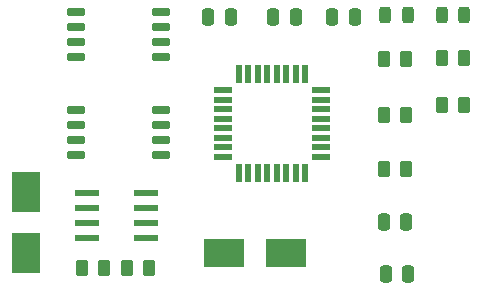
<source format=gtp>
%TF.GenerationSoftware,KiCad,Pcbnew,7.0.11-rc3*%
%TF.CreationDate,2024-07-02T00:11:53+05:30*%
%TF.ProjectId,MCUdatalogger_V1,4d435564-6174-4616-9c6f-676765725f56,rev?*%
%TF.SameCoordinates,Original*%
%TF.FileFunction,Paste,Top*%
%TF.FilePolarity,Positive*%
%FSLAX46Y46*%
G04 Gerber Fmt 4.6, Leading zero omitted, Abs format (unit mm)*
G04 Created by KiCad (PCBNEW 7.0.11-rc3) date 2024-07-02 00:11:53*
%MOMM*%
%LPD*%
G01*
G04 APERTURE LIST*
G04 Aperture macros list*
%AMRoundRect*
0 Rectangle with rounded corners*
0 $1 Rounding radius*
0 $2 $3 $4 $5 $6 $7 $8 $9 X,Y pos of 4 corners*
0 Add a 4 corners polygon primitive as box body*
4,1,4,$2,$3,$4,$5,$6,$7,$8,$9,$2,$3,0*
0 Add four circle primitives for the rounded corners*
1,1,$1+$1,$2,$3*
1,1,$1+$1,$4,$5*
1,1,$1+$1,$6,$7*
1,1,$1+$1,$8,$9*
0 Add four rect primitives between the rounded corners*
20,1,$1+$1,$2,$3,$4,$5,0*
20,1,$1+$1,$4,$5,$6,$7,0*
20,1,$1+$1,$6,$7,$8,$9,0*
20,1,$1+$1,$8,$9,$2,$3,0*%
G04 Aperture macros list end*
%ADD10RoundRect,0.250000X0.262500X0.450000X-0.262500X0.450000X-0.262500X-0.450000X0.262500X-0.450000X0*%
%ADD11RoundRect,0.150000X-0.650000X-0.150000X0.650000X-0.150000X0.650000X0.150000X-0.650000X0.150000X0*%
%ADD12RoundRect,0.250000X-0.250000X-0.475000X0.250000X-0.475000X0.250000X0.475000X-0.250000X0.475000X0*%
%ADD13RoundRect,0.250000X0.250000X0.475000X-0.250000X0.475000X-0.250000X-0.475000X0.250000X-0.475000X0*%
%ADD14RoundRect,0.243750X-0.243750X-0.456250X0.243750X-0.456250X0.243750X0.456250X-0.243750X0.456250X0*%
%ADD15R,3.500000X2.400000*%
%ADD16RoundRect,0.250000X-0.262500X-0.450000X0.262500X-0.450000X0.262500X0.450000X-0.262500X0.450000X0*%
%ADD17RoundRect,0.068750X-0.666250X-0.206250X0.666250X-0.206250X0.666250X0.206250X-0.666250X0.206250X0*%
%ADD18RoundRect,0.068750X-0.206250X-0.666250X0.206250X-0.666250X0.206250X0.666250X-0.206250X0.666250X0*%
%ADD19RoundRect,0.073750X-0.911250X-0.221250X0.911250X-0.221250X0.911250X0.221250X-0.911250X0.221250X0*%
%ADD20R,2.400000X3.500000*%
G04 APERTURE END LIST*
D10*
%TO.C,R4*%
X112202500Y-55725000D03*
X110377500Y-55725000D03*
%TD*%
D11*
%TO.C,U1*%
X84305000Y-55275000D03*
X84305000Y-56545000D03*
X84305000Y-57815000D03*
X84305000Y-59085000D03*
X91505000Y-59085000D03*
X91505000Y-57815000D03*
X91505000Y-56545000D03*
X91505000Y-55275000D03*
%TD*%
D10*
%TO.C,R2*%
X90447500Y-68610000D03*
X88622500Y-68610000D03*
%TD*%
D12*
%TO.C,C1*%
X95490000Y-47360000D03*
X97390000Y-47360000D03*
%TD*%
D13*
%TO.C,C4*%
X112390000Y-69110000D03*
X110490000Y-69110000D03*
%TD*%
D14*
%TO.C,D1*%
X115252500Y-47240000D03*
X117127500Y-47240000D03*
%TD*%
D15*
%TO.C,Y2*%
X102040000Y-67360000D03*
X96840000Y-67360000D03*
%TD*%
D16*
%TO.C,R6*%
X115277500Y-54860000D03*
X117102500Y-54860000D03*
%TD*%
%TO.C,R3*%
X110377500Y-60225000D03*
X112202500Y-60225000D03*
%TD*%
D17*
%TO.C,U4*%
X96700000Y-53610000D03*
X96700000Y-54410000D03*
X96700000Y-55210000D03*
X96700000Y-56010000D03*
X96700000Y-56810000D03*
X96700000Y-57610000D03*
X96700000Y-58410000D03*
X96700000Y-59210000D03*
D18*
X98070000Y-60580000D03*
X98870000Y-60580000D03*
X99670000Y-60580000D03*
X100470000Y-60580000D03*
X101270000Y-60580000D03*
X102070000Y-60580000D03*
X102870000Y-60580000D03*
X103670000Y-60580000D03*
D17*
X105040000Y-59210000D03*
X105040000Y-58410000D03*
X105040000Y-57610000D03*
X105040000Y-56810000D03*
X105040000Y-56010000D03*
X105040000Y-55210000D03*
X105040000Y-54410000D03*
X105040000Y-53610000D03*
D18*
X103670000Y-52240000D03*
X102870000Y-52240000D03*
X102070000Y-52240000D03*
X101270000Y-52240000D03*
X100470000Y-52240000D03*
X99670000Y-52240000D03*
X98870000Y-52240000D03*
X98070000Y-52240000D03*
%TD*%
D19*
%TO.C,U2*%
X85240000Y-62260000D03*
X85240000Y-63530000D03*
X85240000Y-64800000D03*
X85240000Y-66070000D03*
X90190000Y-66070000D03*
X90190000Y-64800000D03*
X90190000Y-63530000D03*
X90190000Y-62260000D03*
%TD*%
D11*
%TO.C,U3*%
X84305000Y-46955000D03*
X84305000Y-48225000D03*
X84305000Y-49495000D03*
X84305000Y-50765000D03*
X91505000Y-50765000D03*
X91505000Y-49495000D03*
X91505000Y-48225000D03*
X91505000Y-46955000D03*
%TD*%
D20*
%TO.C,Y1*%
X80010000Y-67370000D03*
X80010000Y-62170000D03*
%TD*%
D12*
%TO.C,C5*%
X105990000Y-47360000D03*
X107890000Y-47360000D03*
%TD*%
D10*
%TO.C,R5*%
X117102500Y-50860000D03*
X115277500Y-50860000D03*
%TD*%
D12*
%TO.C,C3*%
X100990000Y-47360000D03*
X102890000Y-47360000D03*
%TD*%
D16*
%TO.C,R1*%
X84812500Y-68610000D03*
X86637500Y-68610000D03*
%TD*%
D13*
%TO.C,C2*%
X112240000Y-64725000D03*
X110340000Y-64725000D03*
%TD*%
D14*
%TO.C,D2*%
X110475000Y-47240000D03*
X112350000Y-47240000D03*
%TD*%
D16*
%TO.C,R7*%
X110377500Y-50975000D03*
X112202500Y-50975000D03*
%TD*%
M02*

</source>
